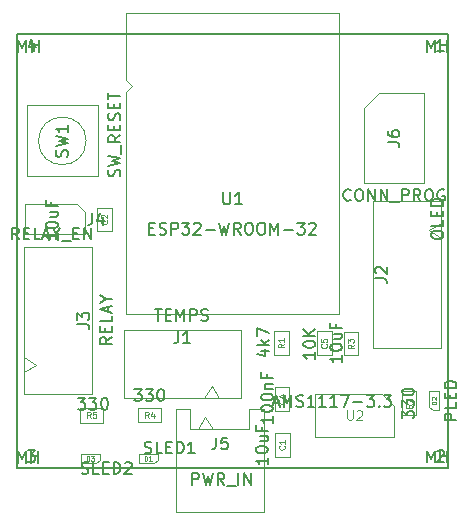
<source format=gbr>
%TF.GenerationSoftware,KiCad,Pcbnew,(5.1.10)-1*%
%TF.CreationDate,2021-08-06T22:26:06+02:00*%
%TF.ProjectId,board,626f6172-642e-46b6-9963-61645f706362,0.2*%
%TF.SameCoordinates,Original*%
%TF.FileFunction,Other,Fab,Top*%
%FSLAX46Y46*%
G04 Gerber Fmt 4.6, Leading zero omitted, Abs format (unit mm)*
G04 Created by KiCad (PCBNEW (5.1.10)-1) date 2021-08-06 22:26:06*
%MOMM*%
%LPD*%
G01*
G04 APERTURE LIST*
%ADD10C,0.150000*%
%ADD11C,0.100000*%
%ADD12C,0.080000*%
%ADD13C,0.060000*%
%ADD14C,0.120000*%
G04 APERTURE END LIST*
D10*
X56770000Y-22770000D02*
X93300000Y-22770000D01*
X56770000Y-59510000D02*
X56770000Y-22770000D01*
X93300000Y-59510000D02*
X56770000Y-59510000D01*
X93300000Y-22770000D02*
X93300000Y-59510000D01*
D11*
%TO.C,SW1*%
X62635564Y-31790000D02*
G75*
G03*
X62635564Y-31790000I-2015564J0D01*
G01*
X57620000Y-34790000D02*
X57620000Y-31790000D01*
X63620000Y-34790000D02*
X57620000Y-34790000D01*
X63620000Y-28790000D02*
X63620000Y-34790000D01*
X57620000Y-28790000D02*
X63620000Y-28790000D01*
X57620000Y-31790000D02*
X57620000Y-28790000D01*
%TO.C,J6*%
X86170000Y-29010000D02*
X87440000Y-27740000D01*
X86170000Y-35360000D02*
X86170000Y-29010000D01*
X91250000Y-35360000D02*
X86170000Y-35360000D01*
X91250000Y-27740000D02*
X91250000Y-35360000D01*
X87440000Y-27740000D02*
X91250000Y-27740000D01*
%TO.C,J5*%
X72720000Y-55200000D02*
X73345000Y-56200000D01*
X72095000Y-56200000D02*
X72720000Y-55200000D01*
X76470000Y-56200000D02*
X73970000Y-56200000D01*
X76470000Y-54530000D02*
X76470000Y-56200000D01*
X77670000Y-54530000D02*
X76470000Y-54530000D01*
X77670000Y-63200000D02*
X77670000Y-54530000D01*
X73970000Y-63200000D02*
X77670000Y-63200000D01*
X71470000Y-56200000D02*
X73970000Y-56200000D01*
X71470000Y-54530000D02*
X71470000Y-56200000D01*
X70270000Y-54530000D02*
X71470000Y-54530000D01*
X70270000Y-63200000D02*
X70270000Y-54530000D01*
X73970000Y-63200000D02*
X70270000Y-63200000D01*
%TO.C,C1*%
X78615000Y-58530000D02*
X78615000Y-56530000D01*
X79865000Y-58530000D02*
X78615000Y-58530000D01*
X79865000Y-56530000D02*
X79865000Y-58530000D01*
X78615000Y-56530000D02*
X79865000Y-56530000D01*
%TO.C,R5*%
X64097500Y-54385000D02*
X64097500Y-55635000D01*
X64097500Y-55635000D02*
X62097500Y-55635000D01*
X62097500Y-55635000D02*
X62097500Y-54385000D01*
X62097500Y-54385000D02*
X64097500Y-54385000D01*
%TO.C,D3*%
X62187500Y-58290000D02*
X62187500Y-59090000D01*
X63787500Y-58290000D02*
X62187500Y-58290000D01*
X63787500Y-58790000D02*
X63787500Y-58290000D01*
X63487500Y-59090000D02*
X63787500Y-58790000D01*
X62187500Y-59090000D02*
X63487500Y-59090000D01*
%TO.C,D1*%
X67087500Y-58290000D02*
X67087500Y-59090000D01*
X68687500Y-58290000D02*
X67087500Y-58290000D01*
X68687500Y-58790000D02*
X68687500Y-58290000D01*
X68387500Y-59090000D02*
X68687500Y-58790000D01*
X67087500Y-59090000D02*
X68387500Y-59090000D01*
%TO.C,D2*%
X92500000Y-52987500D02*
X91700000Y-52987500D01*
X92500000Y-54587500D02*
X92500000Y-52987500D01*
X92000000Y-54587500D02*
X92500000Y-54587500D01*
X91700000Y-54287500D02*
X92000000Y-54587500D01*
X91700000Y-52987500D02*
X91700000Y-54287500D01*
%TO.C,R4*%
X67012500Y-54375000D02*
X69012500Y-54375000D01*
X67012500Y-55625000D02*
X67012500Y-54375000D01*
X69012500Y-55625000D02*
X67012500Y-55625000D01*
X69012500Y-54375000D02*
X69012500Y-55625000D01*
%TO.C,U2*%
X88700000Y-56900000D02*
X82000000Y-56900000D01*
X82000000Y-53200000D02*
X82000000Y-56900000D01*
X88700000Y-54200000D02*
X88700000Y-56900000D01*
X87700000Y-53200000D02*
X82000000Y-53200000D01*
X87700000Y-53200000D02*
X88700000Y-54200000D01*
%TO.C,U1*%
X66020000Y-27670000D02*
X66520000Y-27170000D01*
X66520000Y-27170000D02*
X66020000Y-26670000D01*
X66020000Y-27670000D02*
X66020000Y-46450000D01*
X66020000Y-20945000D02*
X84020000Y-20945000D01*
X66020000Y-20945000D02*
X66020000Y-26670000D01*
X66020000Y-46450000D02*
X84020000Y-46450000D01*
X84020000Y-46450000D02*
X84020000Y-20945000D01*
%TO.C,R3*%
X85685000Y-47947500D02*
X85685000Y-49947500D01*
X84435000Y-47947500D02*
X85685000Y-47947500D01*
X84435000Y-49947500D02*
X84435000Y-47947500D01*
X85685000Y-49947500D02*
X84435000Y-49947500D01*
%TO.C,R2*%
X89345000Y-54997500D02*
X89345000Y-52997500D01*
X90595000Y-54997500D02*
X89345000Y-54997500D01*
X90595000Y-52997500D02*
X90595000Y-54997500D01*
X89345000Y-52997500D02*
X90595000Y-52997500D01*
%TO.C,R1*%
X79785000Y-47897500D02*
X79785000Y-49897500D01*
X78535000Y-47897500D02*
X79785000Y-47897500D01*
X78535000Y-49897500D02*
X78535000Y-47897500D01*
X79785000Y-49897500D02*
X78535000Y-49897500D01*
%TO.C,J4*%
X61905000Y-37140000D02*
X62540000Y-37775000D01*
X57460000Y-37140000D02*
X61905000Y-37140000D01*
X57460000Y-39680000D02*
X57460000Y-37140000D01*
X62540000Y-39680000D02*
X57460000Y-39680000D01*
X62540000Y-37775000D02*
X62540000Y-39680000D01*
%TO.C,J3*%
X58400000Y-50740000D02*
X57400000Y-50115000D01*
X57400000Y-51365000D02*
X58400000Y-50740000D01*
X57400000Y-40790000D02*
X57400000Y-53190000D01*
X63150000Y-40790000D02*
X57400000Y-40790000D01*
X63150000Y-53190000D02*
X63150000Y-40790000D01*
X57400000Y-53190000D02*
X63150000Y-53190000D01*
%TO.C,J2*%
X91690000Y-39350000D02*
X92690000Y-39975000D01*
X92690000Y-38725000D02*
X91690000Y-39350000D01*
X92690000Y-49300000D02*
X92690000Y-36900000D01*
X86940000Y-49300000D02*
X92690000Y-49300000D01*
X86940000Y-36900000D02*
X86940000Y-49300000D01*
X92690000Y-36900000D02*
X86940000Y-36900000D01*
%TO.C,J1*%
X73260000Y-52520000D02*
X72635000Y-53520000D01*
X73885000Y-53520000D02*
X73260000Y-52520000D01*
X65810000Y-53520000D02*
X75710000Y-53520000D01*
X65810000Y-47770000D02*
X65810000Y-53520000D01*
X75710000Y-47770000D02*
X65810000Y-47770000D01*
X75710000Y-53520000D02*
X75710000Y-47770000D01*
%TO.C,C5*%
X83425000Y-47920000D02*
X83425000Y-49920000D01*
X82175000Y-47920000D02*
X83425000Y-47920000D01*
X82175000Y-49920000D02*
X82175000Y-47920000D01*
X83425000Y-49920000D02*
X82175000Y-49920000D01*
%TO.C,C4*%
X79855000Y-52640000D02*
X79855000Y-54640000D01*
X78605000Y-52640000D02*
X79855000Y-52640000D01*
X78605000Y-54640000D02*
X78605000Y-52640000D01*
X79855000Y-54640000D02*
X78605000Y-54640000D01*
%TO.C,C2*%
X64815000Y-37440000D02*
X64815000Y-39440000D01*
X63565000Y-37440000D02*
X64815000Y-37440000D01*
X63565000Y-39440000D02*
X63565000Y-37440000D01*
X64815000Y-39440000D02*
X63565000Y-39440000D01*
%TD*%
%TO.C,SW1*%
D10*
X65474761Y-34790000D02*
X65522380Y-34647142D01*
X65522380Y-34409047D01*
X65474761Y-34313809D01*
X65427142Y-34266190D01*
X65331904Y-34218571D01*
X65236666Y-34218571D01*
X65141428Y-34266190D01*
X65093809Y-34313809D01*
X65046190Y-34409047D01*
X64998571Y-34599523D01*
X64950952Y-34694761D01*
X64903333Y-34742380D01*
X64808095Y-34790000D01*
X64712857Y-34790000D01*
X64617619Y-34742380D01*
X64570000Y-34694761D01*
X64522380Y-34599523D01*
X64522380Y-34361428D01*
X64570000Y-34218571D01*
X64522380Y-33885238D02*
X65522380Y-33647142D01*
X64808095Y-33456666D01*
X65522380Y-33266190D01*
X64522380Y-33028095D01*
X65617619Y-32885238D02*
X65617619Y-32123333D01*
X65522380Y-31313809D02*
X65046190Y-31647142D01*
X65522380Y-31885238D02*
X64522380Y-31885238D01*
X64522380Y-31504285D01*
X64570000Y-31409047D01*
X64617619Y-31361428D01*
X64712857Y-31313809D01*
X64855714Y-31313809D01*
X64950952Y-31361428D01*
X64998571Y-31409047D01*
X65046190Y-31504285D01*
X65046190Y-31885238D01*
X64998571Y-30885238D02*
X64998571Y-30551904D01*
X65522380Y-30409047D02*
X65522380Y-30885238D01*
X64522380Y-30885238D01*
X64522380Y-30409047D01*
X65474761Y-30028095D02*
X65522380Y-29885238D01*
X65522380Y-29647142D01*
X65474761Y-29551904D01*
X65427142Y-29504285D01*
X65331904Y-29456666D01*
X65236666Y-29456666D01*
X65141428Y-29504285D01*
X65093809Y-29551904D01*
X65046190Y-29647142D01*
X64998571Y-29837619D01*
X64950952Y-29932857D01*
X64903333Y-29980476D01*
X64808095Y-30028095D01*
X64712857Y-30028095D01*
X64617619Y-29980476D01*
X64570000Y-29932857D01*
X64522380Y-29837619D01*
X64522380Y-29599523D01*
X64570000Y-29456666D01*
X64998571Y-29028095D02*
X64998571Y-28694761D01*
X65522380Y-28551904D02*
X65522380Y-29028095D01*
X64522380Y-29028095D01*
X64522380Y-28551904D01*
X64522380Y-28266190D02*
X64522380Y-27694761D01*
X65522380Y-27980476D02*
X64522380Y-27980476D01*
X61024761Y-33123333D02*
X61072380Y-32980476D01*
X61072380Y-32742380D01*
X61024761Y-32647142D01*
X60977142Y-32599523D01*
X60881904Y-32551904D01*
X60786666Y-32551904D01*
X60691428Y-32599523D01*
X60643809Y-32647142D01*
X60596190Y-32742380D01*
X60548571Y-32932857D01*
X60500952Y-33028095D01*
X60453333Y-33075714D01*
X60358095Y-33123333D01*
X60262857Y-33123333D01*
X60167619Y-33075714D01*
X60120000Y-33028095D01*
X60072380Y-32932857D01*
X60072380Y-32694761D01*
X60120000Y-32551904D01*
X60072380Y-32218571D02*
X61072380Y-31980476D01*
X60358095Y-31790000D01*
X61072380Y-31599523D01*
X60072380Y-31361428D01*
X61072380Y-30456666D02*
X61072380Y-31028095D01*
X61072380Y-30742380D02*
X60072380Y-30742380D01*
X60215238Y-30837619D01*
X60310476Y-30932857D01*
X60358095Y-31028095D01*
%TO.C,J6*%
X85043333Y-36777142D02*
X84995714Y-36824761D01*
X84852857Y-36872380D01*
X84757619Y-36872380D01*
X84614761Y-36824761D01*
X84519523Y-36729523D01*
X84471904Y-36634285D01*
X84424285Y-36443809D01*
X84424285Y-36300952D01*
X84471904Y-36110476D01*
X84519523Y-36015238D01*
X84614761Y-35920000D01*
X84757619Y-35872380D01*
X84852857Y-35872380D01*
X84995714Y-35920000D01*
X85043333Y-35967619D01*
X85662380Y-35872380D02*
X85852857Y-35872380D01*
X85948095Y-35920000D01*
X86043333Y-36015238D01*
X86090952Y-36205714D01*
X86090952Y-36539047D01*
X86043333Y-36729523D01*
X85948095Y-36824761D01*
X85852857Y-36872380D01*
X85662380Y-36872380D01*
X85567142Y-36824761D01*
X85471904Y-36729523D01*
X85424285Y-36539047D01*
X85424285Y-36205714D01*
X85471904Y-36015238D01*
X85567142Y-35920000D01*
X85662380Y-35872380D01*
X86519523Y-36872380D02*
X86519523Y-35872380D01*
X87090952Y-36872380D01*
X87090952Y-35872380D01*
X87567142Y-36872380D02*
X87567142Y-35872380D01*
X88138571Y-36872380D01*
X88138571Y-35872380D01*
X88376666Y-36967619D02*
X89138571Y-36967619D01*
X89376666Y-36872380D02*
X89376666Y-35872380D01*
X89757619Y-35872380D01*
X89852857Y-35920000D01*
X89900476Y-35967619D01*
X89948095Y-36062857D01*
X89948095Y-36205714D01*
X89900476Y-36300952D01*
X89852857Y-36348571D01*
X89757619Y-36396190D01*
X89376666Y-36396190D01*
X90948095Y-36872380D02*
X90614761Y-36396190D01*
X90376666Y-36872380D02*
X90376666Y-35872380D01*
X90757619Y-35872380D01*
X90852857Y-35920000D01*
X90900476Y-35967619D01*
X90948095Y-36062857D01*
X90948095Y-36205714D01*
X90900476Y-36300952D01*
X90852857Y-36348571D01*
X90757619Y-36396190D01*
X90376666Y-36396190D01*
X91567142Y-35872380D02*
X91757619Y-35872380D01*
X91852857Y-35920000D01*
X91948095Y-36015238D01*
X91995714Y-36205714D01*
X91995714Y-36539047D01*
X91948095Y-36729523D01*
X91852857Y-36824761D01*
X91757619Y-36872380D01*
X91567142Y-36872380D01*
X91471904Y-36824761D01*
X91376666Y-36729523D01*
X91329047Y-36539047D01*
X91329047Y-36205714D01*
X91376666Y-36015238D01*
X91471904Y-35920000D01*
X91567142Y-35872380D01*
X92948095Y-35920000D02*
X92852857Y-35872380D01*
X92710000Y-35872380D01*
X92567142Y-35920000D01*
X92471904Y-36015238D01*
X92424285Y-36110476D01*
X92376666Y-36300952D01*
X92376666Y-36443809D01*
X92424285Y-36634285D01*
X92471904Y-36729523D01*
X92567142Y-36824761D01*
X92710000Y-36872380D01*
X92805238Y-36872380D01*
X92948095Y-36824761D01*
X92995714Y-36777142D01*
X92995714Y-36443809D01*
X92805238Y-36443809D01*
X88162380Y-31883333D02*
X88876666Y-31883333D01*
X89019523Y-31930952D01*
X89114761Y-32026190D01*
X89162380Y-32169047D01*
X89162380Y-32264285D01*
X88162380Y-30978571D02*
X88162380Y-31169047D01*
X88210000Y-31264285D01*
X88257619Y-31311904D01*
X88400476Y-31407142D01*
X88590952Y-31454761D01*
X88971904Y-31454761D01*
X89067142Y-31407142D01*
X89114761Y-31359523D01*
X89162380Y-31264285D01*
X89162380Y-31073809D01*
X89114761Y-30978571D01*
X89067142Y-30930952D01*
X88971904Y-30883333D01*
X88733809Y-30883333D01*
X88638571Y-30930952D01*
X88590952Y-30978571D01*
X88543333Y-31073809D01*
X88543333Y-31264285D01*
X88590952Y-31359523D01*
X88638571Y-31407142D01*
X88733809Y-31454761D01*
%TO.C,J5*%
X71623809Y-60912380D02*
X71623809Y-59912380D01*
X72004761Y-59912380D01*
X72100000Y-59960000D01*
X72147619Y-60007619D01*
X72195238Y-60102857D01*
X72195238Y-60245714D01*
X72147619Y-60340952D01*
X72100000Y-60388571D01*
X72004761Y-60436190D01*
X71623809Y-60436190D01*
X72528571Y-59912380D02*
X72766666Y-60912380D01*
X72957142Y-60198095D01*
X73147619Y-60912380D01*
X73385714Y-59912380D01*
X74338095Y-60912380D02*
X74004761Y-60436190D01*
X73766666Y-60912380D02*
X73766666Y-59912380D01*
X74147619Y-59912380D01*
X74242857Y-59960000D01*
X74290476Y-60007619D01*
X74338095Y-60102857D01*
X74338095Y-60245714D01*
X74290476Y-60340952D01*
X74242857Y-60388571D01*
X74147619Y-60436190D01*
X73766666Y-60436190D01*
X74528571Y-61007619D02*
X75290476Y-61007619D01*
X75528571Y-60912380D02*
X75528571Y-59912380D01*
X76004761Y-60912380D02*
X76004761Y-59912380D01*
X76576190Y-60912380D01*
X76576190Y-59912380D01*
X73636666Y-56902380D02*
X73636666Y-57616666D01*
X73589047Y-57759523D01*
X73493809Y-57854761D01*
X73350952Y-57902380D01*
X73255714Y-57902380D01*
X74589047Y-56902380D02*
X74112857Y-56902380D01*
X74065238Y-57378571D01*
X74112857Y-57330952D01*
X74208095Y-57283333D01*
X74446190Y-57283333D01*
X74541428Y-57330952D01*
X74589047Y-57378571D01*
X74636666Y-57473809D01*
X74636666Y-57711904D01*
X74589047Y-57807142D01*
X74541428Y-57854761D01*
X74446190Y-57902380D01*
X74208095Y-57902380D01*
X74112857Y-57854761D01*
X74065238Y-57807142D01*
%TO.C,C1*%
X78012380Y-58601428D02*
X78012380Y-59172857D01*
X78012380Y-58887142D02*
X77012380Y-58887142D01*
X77155238Y-58982380D01*
X77250476Y-59077619D01*
X77298095Y-59172857D01*
X77012380Y-57982380D02*
X77012380Y-57887142D01*
X77060000Y-57791904D01*
X77107619Y-57744285D01*
X77202857Y-57696666D01*
X77393333Y-57649047D01*
X77631428Y-57649047D01*
X77821904Y-57696666D01*
X77917142Y-57744285D01*
X77964761Y-57791904D01*
X78012380Y-57887142D01*
X78012380Y-57982380D01*
X77964761Y-58077619D01*
X77917142Y-58125238D01*
X77821904Y-58172857D01*
X77631428Y-58220476D01*
X77393333Y-58220476D01*
X77202857Y-58172857D01*
X77107619Y-58125238D01*
X77060000Y-58077619D01*
X77012380Y-57982380D01*
X77345714Y-56791904D02*
X78012380Y-56791904D01*
X77345714Y-57220476D02*
X77869523Y-57220476D01*
X77964761Y-57172857D01*
X78012380Y-57077619D01*
X78012380Y-56934761D01*
X77964761Y-56839523D01*
X77917142Y-56791904D01*
X77488571Y-55982380D02*
X77488571Y-56315714D01*
X78012380Y-56315714D02*
X77012380Y-56315714D01*
X77012380Y-55839523D01*
D12*
X79418571Y-57613333D02*
X79442380Y-57637142D01*
X79466190Y-57708571D01*
X79466190Y-57756190D01*
X79442380Y-57827619D01*
X79394761Y-57875238D01*
X79347142Y-57899047D01*
X79251904Y-57922857D01*
X79180476Y-57922857D01*
X79085238Y-57899047D01*
X79037619Y-57875238D01*
X78990000Y-57827619D01*
X78966190Y-57756190D01*
X78966190Y-57708571D01*
X78990000Y-57637142D01*
X79013809Y-57613333D01*
X79466190Y-57137142D02*
X79466190Y-57422857D01*
X79466190Y-57280000D02*
X78966190Y-57280000D01*
X79037619Y-57327619D01*
X79085238Y-57375238D01*
X79109047Y-57422857D01*
%TO.C,R5*%
D10*
X61944285Y-53542380D02*
X62563333Y-53542380D01*
X62230000Y-53923333D01*
X62372857Y-53923333D01*
X62468095Y-53970952D01*
X62515714Y-54018571D01*
X62563333Y-54113809D01*
X62563333Y-54351904D01*
X62515714Y-54447142D01*
X62468095Y-54494761D01*
X62372857Y-54542380D01*
X62087142Y-54542380D01*
X61991904Y-54494761D01*
X61944285Y-54447142D01*
X62896666Y-53542380D02*
X63515714Y-53542380D01*
X63182380Y-53923333D01*
X63325238Y-53923333D01*
X63420476Y-53970952D01*
X63468095Y-54018571D01*
X63515714Y-54113809D01*
X63515714Y-54351904D01*
X63468095Y-54447142D01*
X63420476Y-54494761D01*
X63325238Y-54542380D01*
X63039523Y-54542380D01*
X62944285Y-54494761D01*
X62896666Y-54447142D01*
X64134761Y-53542380D02*
X64230000Y-53542380D01*
X64325238Y-53590000D01*
X64372857Y-53637619D01*
X64420476Y-53732857D01*
X64468095Y-53923333D01*
X64468095Y-54161428D01*
X64420476Y-54351904D01*
X64372857Y-54447142D01*
X64325238Y-54494761D01*
X64230000Y-54542380D01*
X64134761Y-54542380D01*
X64039523Y-54494761D01*
X63991904Y-54447142D01*
X63944285Y-54351904D01*
X63896666Y-54161428D01*
X63896666Y-53923333D01*
X63944285Y-53732857D01*
X63991904Y-53637619D01*
X64039523Y-53590000D01*
X64134761Y-53542380D01*
D12*
X63014166Y-55236190D02*
X62847500Y-54998095D01*
X62728452Y-55236190D02*
X62728452Y-54736190D01*
X62918928Y-54736190D01*
X62966547Y-54760000D01*
X62990357Y-54783809D01*
X63014166Y-54831428D01*
X63014166Y-54902857D01*
X62990357Y-54950476D01*
X62966547Y-54974285D01*
X62918928Y-54998095D01*
X62728452Y-54998095D01*
X63466547Y-54736190D02*
X63228452Y-54736190D01*
X63204642Y-54974285D01*
X63228452Y-54950476D01*
X63276071Y-54926666D01*
X63395119Y-54926666D01*
X63442738Y-54950476D01*
X63466547Y-54974285D01*
X63490357Y-55021904D01*
X63490357Y-55140952D01*
X63466547Y-55188571D01*
X63442738Y-55212380D01*
X63395119Y-55236190D01*
X63276071Y-55236190D01*
X63228452Y-55212380D01*
X63204642Y-55188571D01*
%TO.C,D3*%
D10*
X62250952Y-59944761D02*
X62393809Y-59992380D01*
X62631904Y-59992380D01*
X62727142Y-59944761D01*
X62774761Y-59897142D01*
X62822380Y-59801904D01*
X62822380Y-59706666D01*
X62774761Y-59611428D01*
X62727142Y-59563809D01*
X62631904Y-59516190D01*
X62441428Y-59468571D01*
X62346190Y-59420952D01*
X62298571Y-59373333D01*
X62250952Y-59278095D01*
X62250952Y-59182857D01*
X62298571Y-59087619D01*
X62346190Y-59040000D01*
X62441428Y-58992380D01*
X62679523Y-58992380D01*
X62822380Y-59040000D01*
X63727142Y-59992380D02*
X63250952Y-59992380D01*
X63250952Y-58992380D01*
X64060476Y-59468571D02*
X64393809Y-59468571D01*
X64536666Y-59992380D02*
X64060476Y-59992380D01*
X64060476Y-58992380D01*
X64536666Y-58992380D01*
X64965238Y-59992380D02*
X64965238Y-58992380D01*
X65203333Y-58992380D01*
X65346190Y-59040000D01*
X65441428Y-59135238D01*
X65489047Y-59230476D01*
X65536666Y-59420952D01*
X65536666Y-59563809D01*
X65489047Y-59754285D01*
X65441428Y-59849523D01*
X65346190Y-59944761D01*
X65203333Y-59992380D01*
X64965238Y-59992380D01*
X65917619Y-59087619D02*
X65965238Y-59040000D01*
X66060476Y-58992380D01*
X66298571Y-58992380D01*
X66393809Y-59040000D01*
X66441428Y-59087619D01*
X66489047Y-59182857D01*
X66489047Y-59278095D01*
X66441428Y-59420952D01*
X65870000Y-59992380D01*
X66489047Y-59992380D01*
D13*
X62692261Y-58870952D02*
X62692261Y-58470952D01*
X62787500Y-58470952D01*
X62844642Y-58490000D01*
X62882738Y-58528095D01*
X62901785Y-58566190D01*
X62920833Y-58642380D01*
X62920833Y-58699523D01*
X62901785Y-58775714D01*
X62882738Y-58813809D01*
X62844642Y-58851904D01*
X62787500Y-58870952D01*
X62692261Y-58870952D01*
X63054166Y-58470952D02*
X63301785Y-58470952D01*
X63168452Y-58623333D01*
X63225595Y-58623333D01*
X63263690Y-58642380D01*
X63282738Y-58661428D01*
X63301785Y-58699523D01*
X63301785Y-58794761D01*
X63282738Y-58832857D01*
X63263690Y-58851904D01*
X63225595Y-58870952D01*
X63111309Y-58870952D01*
X63073214Y-58851904D01*
X63054166Y-58832857D01*
%TO.C,D1*%
D10*
X67600952Y-58194761D02*
X67743809Y-58242380D01*
X67981904Y-58242380D01*
X68077142Y-58194761D01*
X68124761Y-58147142D01*
X68172380Y-58051904D01*
X68172380Y-57956666D01*
X68124761Y-57861428D01*
X68077142Y-57813809D01*
X67981904Y-57766190D01*
X67791428Y-57718571D01*
X67696190Y-57670952D01*
X67648571Y-57623333D01*
X67600952Y-57528095D01*
X67600952Y-57432857D01*
X67648571Y-57337619D01*
X67696190Y-57290000D01*
X67791428Y-57242380D01*
X68029523Y-57242380D01*
X68172380Y-57290000D01*
X69077142Y-58242380D02*
X68600952Y-58242380D01*
X68600952Y-57242380D01*
X69410476Y-57718571D02*
X69743809Y-57718571D01*
X69886666Y-58242380D02*
X69410476Y-58242380D01*
X69410476Y-57242380D01*
X69886666Y-57242380D01*
X70315238Y-58242380D02*
X70315238Y-57242380D01*
X70553333Y-57242380D01*
X70696190Y-57290000D01*
X70791428Y-57385238D01*
X70839047Y-57480476D01*
X70886666Y-57670952D01*
X70886666Y-57813809D01*
X70839047Y-58004285D01*
X70791428Y-58099523D01*
X70696190Y-58194761D01*
X70553333Y-58242380D01*
X70315238Y-58242380D01*
X71839047Y-58242380D02*
X71267619Y-58242380D01*
X71553333Y-58242380D02*
X71553333Y-57242380D01*
X71458095Y-57385238D01*
X71362857Y-57480476D01*
X71267619Y-57528095D01*
D13*
X67592261Y-58870952D02*
X67592261Y-58470952D01*
X67687500Y-58470952D01*
X67744642Y-58490000D01*
X67782738Y-58528095D01*
X67801785Y-58566190D01*
X67820833Y-58642380D01*
X67820833Y-58699523D01*
X67801785Y-58775714D01*
X67782738Y-58813809D01*
X67744642Y-58851904D01*
X67687500Y-58870952D01*
X67592261Y-58870952D01*
X68201785Y-58870952D02*
X67973214Y-58870952D01*
X68087500Y-58870952D02*
X68087500Y-58470952D01*
X68049404Y-58528095D01*
X68011309Y-58566190D01*
X67973214Y-58585238D01*
%TO.C,D2*%
D10*
X93982380Y-55406547D02*
X92982380Y-55406547D01*
X92982380Y-55025595D01*
X93030000Y-54930357D01*
X93077619Y-54882738D01*
X93172857Y-54835119D01*
X93315714Y-54835119D01*
X93410952Y-54882738D01*
X93458571Y-54930357D01*
X93506190Y-55025595D01*
X93506190Y-55406547D01*
X93982380Y-53930357D02*
X93982380Y-54406547D01*
X92982380Y-54406547D01*
X93458571Y-53597023D02*
X93458571Y-53263690D01*
X93982380Y-53120833D02*
X93982380Y-53597023D01*
X92982380Y-53597023D01*
X92982380Y-53120833D01*
X93982380Y-52692261D02*
X92982380Y-52692261D01*
X92982380Y-52454166D01*
X93030000Y-52311309D01*
X93125238Y-52216071D01*
X93220476Y-52168452D01*
X93410952Y-52120833D01*
X93553809Y-52120833D01*
X93744285Y-52168452D01*
X93839523Y-52216071D01*
X93934761Y-52311309D01*
X93982380Y-52454166D01*
X93982380Y-52692261D01*
D13*
X92280952Y-54082738D02*
X91880952Y-54082738D01*
X91880952Y-53987500D01*
X91900000Y-53930357D01*
X91938095Y-53892261D01*
X91976190Y-53873214D01*
X92052380Y-53854166D01*
X92109523Y-53854166D01*
X92185714Y-53873214D01*
X92223809Y-53892261D01*
X92261904Y-53930357D01*
X92280952Y-53987500D01*
X92280952Y-54082738D01*
X91919047Y-53701785D02*
X91900000Y-53682738D01*
X91880952Y-53644642D01*
X91880952Y-53549404D01*
X91900000Y-53511309D01*
X91919047Y-53492261D01*
X91957142Y-53473214D01*
X91995238Y-53473214D01*
X92052380Y-53492261D01*
X92280952Y-53720833D01*
X92280952Y-53473214D01*
%TO.C,R4*%
D10*
X66726785Y-52802380D02*
X67345833Y-52802380D01*
X67012500Y-53183333D01*
X67155357Y-53183333D01*
X67250595Y-53230952D01*
X67298214Y-53278571D01*
X67345833Y-53373809D01*
X67345833Y-53611904D01*
X67298214Y-53707142D01*
X67250595Y-53754761D01*
X67155357Y-53802380D01*
X66869642Y-53802380D01*
X66774404Y-53754761D01*
X66726785Y-53707142D01*
X67679166Y-52802380D02*
X68298214Y-52802380D01*
X67964880Y-53183333D01*
X68107738Y-53183333D01*
X68202976Y-53230952D01*
X68250595Y-53278571D01*
X68298214Y-53373809D01*
X68298214Y-53611904D01*
X68250595Y-53707142D01*
X68202976Y-53754761D01*
X68107738Y-53802380D01*
X67822023Y-53802380D01*
X67726785Y-53754761D01*
X67679166Y-53707142D01*
X68917261Y-52802380D02*
X69012500Y-52802380D01*
X69107738Y-52850000D01*
X69155357Y-52897619D01*
X69202976Y-52992857D01*
X69250595Y-53183333D01*
X69250595Y-53421428D01*
X69202976Y-53611904D01*
X69155357Y-53707142D01*
X69107738Y-53754761D01*
X69012500Y-53802380D01*
X68917261Y-53802380D01*
X68822023Y-53754761D01*
X68774404Y-53707142D01*
X68726785Y-53611904D01*
X68679166Y-53421428D01*
X68679166Y-53183333D01*
X68726785Y-52992857D01*
X68774404Y-52897619D01*
X68822023Y-52850000D01*
X68917261Y-52802380D01*
D12*
X67929166Y-55226190D02*
X67762500Y-54988095D01*
X67643452Y-55226190D02*
X67643452Y-54726190D01*
X67833928Y-54726190D01*
X67881547Y-54750000D01*
X67905357Y-54773809D01*
X67929166Y-54821428D01*
X67929166Y-54892857D01*
X67905357Y-54940476D01*
X67881547Y-54964285D01*
X67833928Y-54988095D01*
X67643452Y-54988095D01*
X68357738Y-54892857D02*
X68357738Y-55226190D01*
X68238690Y-54702380D02*
X68119642Y-55059523D01*
X68429166Y-55059523D01*
%TO.C,2*%
D10*
X91482857Y-59012380D02*
X91482857Y-58012380D01*
X91816190Y-58726666D01*
X92149523Y-58012380D01*
X92149523Y-59012380D01*
X92625714Y-59012380D02*
X92625714Y-58012380D01*
X92625714Y-58488571D02*
X93197142Y-58488571D01*
X93197142Y-59012380D02*
X93197142Y-58012380D01*
X92354285Y-58067619D02*
X92401904Y-58020000D01*
X92497142Y-57972380D01*
X92735238Y-57972380D01*
X92830476Y-58020000D01*
X92878095Y-58067619D01*
X92925714Y-58162857D01*
X92925714Y-58258095D01*
X92878095Y-58400952D01*
X92306666Y-58972380D01*
X92925714Y-58972380D01*
%TO.C,3*%
X56852857Y-59022380D02*
X56852857Y-58022380D01*
X57186190Y-58736666D01*
X57519523Y-58022380D01*
X57519523Y-59022380D01*
X57995714Y-59022380D02*
X57995714Y-58022380D01*
X57995714Y-58498571D02*
X58567142Y-58498571D01*
X58567142Y-59022380D02*
X58567142Y-58022380D01*
X57676666Y-57982380D02*
X58295714Y-57982380D01*
X57962380Y-58363333D01*
X58105238Y-58363333D01*
X58200476Y-58410952D01*
X58248095Y-58458571D01*
X58295714Y-58553809D01*
X58295714Y-58791904D01*
X58248095Y-58887142D01*
X58200476Y-58934761D01*
X58105238Y-58982380D01*
X57819523Y-58982380D01*
X57724285Y-58934761D01*
X57676666Y-58887142D01*
%TO.C,4*%
X56892857Y-24222380D02*
X56892857Y-23222380D01*
X57226190Y-23936666D01*
X57559523Y-23222380D01*
X57559523Y-24222380D01*
X58035714Y-24222380D02*
X58035714Y-23222380D01*
X58035714Y-23698571D02*
X58607142Y-23698571D01*
X58607142Y-24222380D02*
X58607142Y-23222380D01*
X58240476Y-23515714D02*
X58240476Y-24182380D01*
X58002380Y-23134761D02*
X57764285Y-23849047D01*
X58383333Y-23849047D01*
%TO.C,1*%
X91472857Y-24232380D02*
X91472857Y-23232380D01*
X91806190Y-23946666D01*
X92139523Y-23232380D01*
X92139523Y-24232380D01*
X92615714Y-24232380D02*
X92615714Y-23232380D01*
X92615714Y-23708571D02*
X93187142Y-23708571D01*
X93187142Y-24232380D02*
X93187142Y-23232380D01*
X92915714Y-24192380D02*
X92344285Y-24192380D01*
X92630000Y-24192380D02*
X92630000Y-23192380D01*
X92534761Y-23335238D01*
X92439523Y-23430476D01*
X92344285Y-23478095D01*
%TO.C,U2*%
X78450000Y-54016666D02*
X78926190Y-54016666D01*
X78354761Y-54302380D02*
X78688095Y-53302380D01*
X79021428Y-54302380D01*
X79354761Y-54302380D02*
X79354761Y-53302380D01*
X79688095Y-54016666D01*
X80021428Y-53302380D01*
X80021428Y-54302380D01*
X80450000Y-54254761D02*
X80592857Y-54302380D01*
X80830952Y-54302380D01*
X80926190Y-54254761D01*
X80973809Y-54207142D01*
X81021428Y-54111904D01*
X81021428Y-54016666D01*
X80973809Y-53921428D01*
X80926190Y-53873809D01*
X80830952Y-53826190D01*
X80640476Y-53778571D01*
X80545238Y-53730952D01*
X80497619Y-53683333D01*
X80450000Y-53588095D01*
X80450000Y-53492857D01*
X80497619Y-53397619D01*
X80545238Y-53350000D01*
X80640476Y-53302380D01*
X80878571Y-53302380D01*
X81021428Y-53350000D01*
X81973809Y-54302380D02*
X81402380Y-54302380D01*
X81688095Y-54302380D02*
X81688095Y-53302380D01*
X81592857Y-53445238D01*
X81497619Y-53540476D01*
X81402380Y-53588095D01*
X82926190Y-54302380D02*
X82354761Y-54302380D01*
X82640476Y-54302380D02*
X82640476Y-53302380D01*
X82545238Y-53445238D01*
X82450000Y-53540476D01*
X82354761Y-53588095D01*
X83878571Y-54302380D02*
X83307142Y-54302380D01*
X83592857Y-54302380D02*
X83592857Y-53302380D01*
X83497619Y-53445238D01*
X83402380Y-53540476D01*
X83307142Y-53588095D01*
X84211904Y-53302380D02*
X84878571Y-53302380D01*
X84450000Y-54302380D01*
X85259523Y-53921428D02*
X86021428Y-53921428D01*
X86402380Y-53302380D02*
X87021428Y-53302380D01*
X86688095Y-53683333D01*
X86830952Y-53683333D01*
X86926190Y-53730952D01*
X86973809Y-53778571D01*
X87021428Y-53873809D01*
X87021428Y-54111904D01*
X86973809Y-54207142D01*
X86926190Y-54254761D01*
X86830952Y-54302380D01*
X86545238Y-54302380D01*
X86450000Y-54254761D01*
X86402380Y-54207142D01*
X87450000Y-54207142D02*
X87497619Y-54254761D01*
X87450000Y-54302380D01*
X87402380Y-54254761D01*
X87450000Y-54207142D01*
X87450000Y-54302380D01*
X87830952Y-53302380D02*
X88450000Y-53302380D01*
X88116666Y-53683333D01*
X88259523Y-53683333D01*
X88354761Y-53730952D01*
X88402380Y-53778571D01*
X88450000Y-53873809D01*
X88450000Y-54111904D01*
X88402380Y-54207142D01*
X88354761Y-54254761D01*
X88259523Y-54302380D01*
X87973809Y-54302380D01*
X87878571Y-54254761D01*
X87830952Y-54207142D01*
D14*
X84740476Y-54611904D02*
X84740476Y-55259523D01*
X84778571Y-55335714D01*
X84816666Y-55373809D01*
X84892857Y-55411904D01*
X85045238Y-55411904D01*
X85121428Y-55373809D01*
X85159523Y-55335714D01*
X85197619Y-55259523D01*
X85197619Y-54611904D01*
X85540476Y-54688095D02*
X85578571Y-54650000D01*
X85654761Y-54611904D01*
X85845238Y-54611904D01*
X85921428Y-54650000D01*
X85959523Y-54688095D01*
X85997619Y-54764285D01*
X85997619Y-54840476D01*
X85959523Y-54954761D01*
X85502380Y-55411904D01*
X85997619Y-55411904D01*
%TO.C,U1*%
D10*
X67996190Y-39198571D02*
X68329523Y-39198571D01*
X68472380Y-39722380D02*
X67996190Y-39722380D01*
X67996190Y-38722380D01*
X68472380Y-38722380D01*
X68853333Y-39674761D02*
X68996190Y-39722380D01*
X69234285Y-39722380D01*
X69329523Y-39674761D01*
X69377142Y-39627142D01*
X69424761Y-39531904D01*
X69424761Y-39436666D01*
X69377142Y-39341428D01*
X69329523Y-39293809D01*
X69234285Y-39246190D01*
X69043809Y-39198571D01*
X68948571Y-39150952D01*
X68900952Y-39103333D01*
X68853333Y-39008095D01*
X68853333Y-38912857D01*
X68900952Y-38817619D01*
X68948571Y-38770000D01*
X69043809Y-38722380D01*
X69281904Y-38722380D01*
X69424761Y-38770000D01*
X69853333Y-39722380D02*
X69853333Y-38722380D01*
X70234285Y-38722380D01*
X70329523Y-38770000D01*
X70377142Y-38817619D01*
X70424761Y-38912857D01*
X70424761Y-39055714D01*
X70377142Y-39150952D01*
X70329523Y-39198571D01*
X70234285Y-39246190D01*
X69853333Y-39246190D01*
X70758095Y-38722380D02*
X71377142Y-38722380D01*
X71043809Y-39103333D01*
X71186666Y-39103333D01*
X71281904Y-39150952D01*
X71329523Y-39198571D01*
X71377142Y-39293809D01*
X71377142Y-39531904D01*
X71329523Y-39627142D01*
X71281904Y-39674761D01*
X71186666Y-39722380D01*
X70900952Y-39722380D01*
X70805714Y-39674761D01*
X70758095Y-39627142D01*
X71758095Y-38817619D02*
X71805714Y-38770000D01*
X71900952Y-38722380D01*
X72139047Y-38722380D01*
X72234285Y-38770000D01*
X72281904Y-38817619D01*
X72329523Y-38912857D01*
X72329523Y-39008095D01*
X72281904Y-39150952D01*
X71710476Y-39722380D01*
X72329523Y-39722380D01*
X72758095Y-39341428D02*
X73520000Y-39341428D01*
X73900952Y-38722380D02*
X74139047Y-39722380D01*
X74329523Y-39008095D01*
X74520000Y-39722380D01*
X74758095Y-38722380D01*
X75710476Y-39722380D02*
X75377142Y-39246190D01*
X75139047Y-39722380D02*
X75139047Y-38722380D01*
X75520000Y-38722380D01*
X75615238Y-38770000D01*
X75662857Y-38817619D01*
X75710476Y-38912857D01*
X75710476Y-39055714D01*
X75662857Y-39150952D01*
X75615238Y-39198571D01*
X75520000Y-39246190D01*
X75139047Y-39246190D01*
X76329523Y-38722380D02*
X76520000Y-38722380D01*
X76615238Y-38770000D01*
X76710476Y-38865238D01*
X76758095Y-39055714D01*
X76758095Y-39389047D01*
X76710476Y-39579523D01*
X76615238Y-39674761D01*
X76520000Y-39722380D01*
X76329523Y-39722380D01*
X76234285Y-39674761D01*
X76139047Y-39579523D01*
X76091428Y-39389047D01*
X76091428Y-39055714D01*
X76139047Y-38865238D01*
X76234285Y-38770000D01*
X76329523Y-38722380D01*
X77377142Y-38722380D02*
X77567619Y-38722380D01*
X77662857Y-38770000D01*
X77758095Y-38865238D01*
X77805714Y-39055714D01*
X77805714Y-39389047D01*
X77758095Y-39579523D01*
X77662857Y-39674761D01*
X77567619Y-39722380D01*
X77377142Y-39722380D01*
X77281904Y-39674761D01*
X77186666Y-39579523D01*
X77139047Y-39389047D01*
X77139047Y-39055714D01*
X77186666Y-38865238D01*
X77281904Y-38770000D01*
X77377142Y-38722380D01*
X78234285Y-39722380D02*
X78234285Y-38722380D01*
X78567619Y-39436666D01*
X78900952Y-38722380D01*
X78900952Y-39722380D01*
X79377142Y-39341428D02*
X80139047Y-39341428D01*
X80520000Y-38722380D02*
X81139047Y-38722380D01*
X80805714Y-39103333D01*
X80948571Y-39103333D01*
X81043809Y-39150952D01*
X81091428Y-39198571D01*
X81139047Y-39293809D01*
X81139047Y-39531904D01*
X81091428Y-39627142D01*
X81043809Y-39674761D01*
X80948571Y-39722380D01*
X80662857Y-39722380D01*
X80567619Y-39674761D01*
X80520000Y-39627142D01*
X81520000Y-38817619D02*
X81567619Y-38770000D01*
X81662857Y-38722380D01*
X81900952Y-38722380D01*
X81996190Y-38770000D01*
X82043809Y-38817619D01*
X82091428Y-38912857D01*
X82091428Y-39008095D01*
X82043809Y-39150952D01*
X81472380Y-39722380D01*
X82091428Y-39722380D01*
X74258095Y-36142380D02*
X74258095Y-36951904D01*
X74305714Y-37047142D01*
X74353333Y-37094761D01*
X74448571Y-37142380D01*
X74639047Y-37142380D01*
X74734285Y-37094761D01*
X74781904Y-37047142D01*
X74829523Y-36951904D01*
X74829523Y-36142380D01*
X75829523Y-37142380D02*
X75258095Y-37142380D01*
X75543809Y-37142380D02*
X75543809Y-36142380D01*
X75448571Y-36285238D01*
X75353333Y-36380476D01*
X75258095Y-36428095D01*
%TO.C,R3*%
X82042380Y-49665476D02*
X82042380Y-50236904D01*
X82042380Y-49951190D02*
X81042380Y-49951190D01*
X81185238Y-50046428D01*
X81280476Y-50141666D01*
X81328095Y-50236904D01*
X81042380Y-49046428D02*
X81042380Y-48951190D01*
X81090000Y-48855952D01*
X81137619Y-48808333D01*
X81232857Y-48760714D01*
X81423333Y-48713095D01*
X81661428Y-48713095D01*
X81851904Y-48760714D01*
X81947142Y-48808333D01*
X81994761Y-48855952D01*
X82042380Y-48951190D01*
X82042380Y-49046428D01*
X81994761Y-49141666D01*
X81947142Y-49189285D01*
X81851904Y-49236904D01*
X81661428Y-49284523D01*
X81423333Y-49284523D01*
X81232857Y-49236904D01*
X81137619Y-49189285D01*
X81090000Y-49141666D01*
X81042380Y-49046428D01*
X82042380Y-48284523D02*
X81042380Y-48284523D01*
X82042380Y-47713095D02*
X81470952Y-48141666D01*
X81042380Y-47713095D02*
X81613809Y-48284523D01*
D12*
X85286190Y-49030833D02*
X85048095Y-49197500D01*
X85286190Y-49316547D02*
X84786190Y-49316547D01*
X84786190Y-49126071D01*
X84810000Y-49078452D01*
X84833809Y-49054642D01*
X84881428Y-49030833D01*
X84952857Y-49030833D01*
X85000476Y-49054642D01*
X85024285Y-49078452D01*
X85048095Y-49126071D01*
X85048095Y-49316547D01*
X84786190Y-48864166D02*
X84786190Y-48554642D01*
X84976666Y-48721309D01*
X84976666Y-48649880D01*
X85000476Y-48602261D01*
X85024285Y-48578452D01*
X85071904Y-48554642D01*
X85190952Y-48554642D01*
X85238571Y-48578452D01*
X85262380Y-48602261D01*
X85286190Y-48649880D01*
X85286190Y-48792738D01*
X85262380Y-48840357D01*
X85238571Y-48864166D01*
%TO.C,R2*%
D10*
X89402380Y-55280714D02*
X89402380Y-54661666D01*
X89783333Y-54995000D01*
X89783333Y-54852142D01*
X89830952Y-54756904D01*
X89878571Y-54709285D01*
X89973809Y-54661666D01*
X90211904Y-54661666D01*
X90307142Y-54709285D01*
X90354761Y-54756904D01*
X90402380Y-54852142D01*
X90402380Y-55137857D01*
X90354761Y-55233095D01*
X90307142Y-55280714D01*
X89402380Y-54328333D02*
X89402380Y-53709285D01*
X89783333Y-54042619D01*
X89783333Y-53899761D01*
X89830952Y-53804523D01*
X89878571Y-53756904D01*
X89973809Y-53709285D01*
X90211904Y-53709285D01*
X90307142Y-53756904D01*
X90354761Y-53804523D01*
X90402380Y-53899761D01*
X90402380Y-54185476D01*
X90354761Y-54280714D01*
X90307142Y-54328333D01*
X89402380Y-53090238D02*
X89402380Y-52995000D01*
X89450000Y-52899761D01*
X89497619Y-52852142D01*
X89592857Y-52804523D01*
X89783333Y-52756904D01*
X90021428Y-52756904D01*
X90211904Y-52804523D01*
X90307142Y-52852142D01*
X90354761Y-52899761D01*
X90402380Y-52995000D01*
X90402380Y-53090238D01*
X90354761Y-53185476D01*
X90307142Y-53233095D01*
X90211904Y-53280714D01*
X90021428Y-53328333D01*
X89783333Y-53328333D01*
X89592857Y-53280714D01*
X89497619Y-53233095D01*
X89450000Y-53185476D01*
X89402380Y-53090238D01*
D12*
X90196190Y-54080833D02*
X89958095Y-54247500D01*
X90196190Y-54366547D02*
X89696190Y-54366547D01*
X89696190Y-54176071D01*
X89720000Y-54128452D01*
X89743809Y-54104642D01*
X89791428Y-54080833D01*
X89862857Y-54080833D01*
X89910476Y-54104642D01*
X89934285Y-54128452D01*
X89958095Y-54176071D01*
X89958095Y-54366547D01*
X89743809Y-53890357D02*
X89720000Y-53866547D01*
X89696190Y-53818928D01*
X89696190Y-53699880D01*
X89720000Y-53652261D01*
X89743809Y-53628452D01*
X89791428Y-53604642D01*
X89839047Y-53604642D01*
X89910476Y-53628452D01*
X90196190Y-53914166D01*
X90196190Y-53604642D01*
%TO.C,R1*%
D10*
X77465714Y-49555476D02*
X78132380Y-49555476D01*
X77084761Y-49793571D02*
X77799047Y-50031666D01*
X77799047Y-49412619D01*
X78132380Y-49031666D02*
X77132380Y-49031666D01*
X77751428Y-48936428D02*
X78132380Y-48650714D01*
X77465714Y-48650714D02*
X77846666Y-49031666D01*
X77132380Y-48317380D02*
X77132380Y-47650714D01*
X78132380Y-48079285D01*
D12*
X79386190Y-48980833D02*
X79148095Y-49147500D01*
X79386190Y-49266547D02*
X78886190Y-49266547D01*
X78886190Y-49076071D01*
X78910000Y-49028452D01*
X78933809Y-49004642D01*
X78981428Y-48980833D01*
X79052857Y-48980833D01*
X79100476Y-49004642D01*
X79124285Y-49028452D01*
X79148095Y-49076071D01*
X79148095Y-49266547D01*
X79386190Y-48504642D02*
X79386190Y-48790357D01*
X79386190Y-48647500D02*
X78886190Y-48647500D01*
X78957619Y-48695119D01*
X79005238Y-48742738D01*
X79029047Y-48790357D01*
%TO.C,J4*%
D10*
X56938095Y-40132380D02*
X56604761Y-39656190D01*
X56366666Y-40132380D02*
X56366666Y-39132380D01*
X56747619Y-39132380D01*
X56842857Y-39180000D01*
X56890476Y-39227619D01*
X56938095Y-39322857D01*
X56938095Y-39465714D01*
X56890476Y-39560952D01*
X56842857Y-39608571D01*
X56747619Y-39656190D01*
X56366666Y-39656190D01*
X57366666Y-39608571D02*
X57700000Y-39608571D01*
X57842857Y-40132380D02*
X57366666Y-40132380D01*
X57366666Y-39132380D01*
X57842857Y-39132380D01*
X58747619Y-40132380D02*
X58271428Y-40132380D01*
X58271428Y-39132380D01*
X59033333Y-39846666D02*
X59509523Y-39846666D01*
X58938095Y-40132380D02*
X59271428Y-39132380D01*
X59604761Y-40132380D01*
X60128571Y-39656190D02*
X60128571Y-40132380D01*
X59795238Y-39132380D02*
X60128571Y-39656190D01*
X60461904Y-39132380D01*
X60557142Y-40227619D02*
X61319047Y-40227619D01*
X61557142Y-39608571D02*
X61890476Y-39608571D01*
X62033333Y-40132380D02*
X61557142Y-40132380D01*
X61557142Y-39132380D01*
X62033333Y-39132380D01*
X62461904Y-40132380D02*
X62461904Y-39132380D01*
X63033333Y-40132380D01*
X63033333Y-39132380D01*
X63156666Y-37912380D02*
X63156666Y-38626666D01*
X63109047Y-38769523D01*
X63013809Y-38864761D01*
X62870952Y-38912380D01*
X62775714Y-38912380D01*
X64061428Y-38245714D02*
X64061428Y-38912380D01*
X63823333Y-37864761D02*
X63585238Y-38579047D01*
X64204285Y-38579047D01*
%TO.C,J3*%
X64802380Y-48394761D02*
X64326190Y-48728095D01*
X64802380Y-48966190D02*
X63802380Y-48966190D01*
X63802380Y-48585238D01*
X63850000Y-48490000D01*
X63897619Y-48442380D01*
X63992857Y-48394761D01*
X64135714Y-48394761D01*
X64230952Y-48442380D01*
X64278571Y-48490000D01*
X64326190Y-48585238D01*
X64326190Y-48966190D01*
X64278571Y-47966190D02*
X64278571Y-47632857D01*
X64802380Y-47490000D02*
X64802380Y-47966190D01*
X63802380Y-47966190D01*
X63802380Y-47490000D01*
X64802380Y-46585238D02*
X64802380Y-47061428D01*
X63802380Y-47061428D01*
X64516666Y-46299523D02*
X64516666Y-45823333D01*
X64802380Y-46394761D02*
X63802380Y-46061428D01*
X64802380Y-45728095D01*
X64326190Y-45204285D02*
X64802380Y-45204285D01*
X63802380Y-45537619D02*
X64326190Y-45204285D01*
X63802380Y-44870952D01*
X61902380Y-47323333D02*
X62616666Y-47323333D01*
X62759523Y-47370952D01*
X62854761Y-47466190D01*
X62902380Y-47609047D01*
X62902380Y-47704285D01*
X61902380Y-46942380D02*
X61902380Y-46323333D01*
X62283333Y-46656666D01*
X62283333Y-46513809D01*
X62330952Y-46418571D01*
X62378571Y-46370952D01*
X62473809Y-46323333D01*
X62711904Y-46323333D01*
X62807142Y-46370952D01*
X62854761Y-46418571D01*
X62902380Y-46513809D01*
X62902380Y-46799523D01*
X62854761Y-46894761D01*
X62807142Y-46942380D01*
%TO.C,J2*%
X91872380Y-39832380D02*
X91872380Y-39641904D01*
X91920000Y-39546666D01*
X92015238Y-39451428D01*
X92205714Y-39403809D01*
X92539047Y-39403809D01*
X92729523Y-39451428D01*
X92824761Y-39546666D01*
X92872380Y-39641904D01*
X92872380Y-39832380D01*
X92824761Y-39927619D01*
X92729523Y-40022857D01*
X92539047Y-40070476D01*
X92205714Y-40070476D01*
X92015238Y-40022857D01*
X91920000Y-39927619D01*
X91872380Y-39832380D01*
X92872380Y-38499047D02*
X92872380Y-38975238D01*
X91872380Y-38975238D01*
X92348571Y-38165714D02*
X92348571Y-37832380D01*
X92872380Y-37689523D02*
X92872380Y-38165714D01*
X91872380Y-38165714D01*
X91872380Y-37689523D01*
X92872380Y-37260952D02*
X91872380Y-37260952D01*
X91872380Y-37022857D01*
X91920000Y-36880000D01*
X92015238Y-36784761D01*
X92110476Y-36737142D01*
X92300952Y-36689523D01*
X92443809Y-36689523D01*
X92634285Y-36737142D01*
X92729523Y-36784761D01*
X92824761Y-36880000D01*
X92872380Y-37022857D01*
X92872380Y-37260952D01*
X87092380Y-43433333D02*
X87806666Y-43433333D01*
X87949523Y-43480952D01*
X88044761Y-43576190D01*
X88092380Y-43719047D01*
X88092380Y-43814285D01*
X87187619Y-43004761D02*
X87140000Y-42957142D01*
X87092380Y-42861904D01*
X87092380Y-42623809D01*
X87140000Y-42528571D01*
X87187619Y-42480952D01*
X87282857Y-42433333D01*
X87378095Y-42433333D01*
X87520952Y-42480952D01*
X88092380Y-43052380D01*
X88092380Y-42433333D01*
%TO.C,J1*%
X68474285Y-46022380D02*
X69045714Y-46022380D01*
X68760000Y-47022380D02*
X68760000Y-46022380D01*
X69379047Y-46498571D02*
X69712380Y-46498571D01*
X69855238Y-47022380D02*
X69379047Y-47022380D01*
X69379047Y-46022380D01*
X69855238Y-46022380D01*
X70283809Y-47022380D02*
X70283809Y-46022380D01*
X70617142Y-46736666D01*
X70950476Y-46022380D01*
X70950476Y-47022380D01*
X71426666Y-47022380D02*
X71426666Y-46022380D01*
X71807619Y-46022380D01*
X71902857Y-46070000D01*
X71950476Y-46117619D01*
X71998095Y-46212857D01*
X71998095Y-46355714D01*
X71950476Y-46450952D01*
X71902857Y-46498571D01*
X71807619Y-46546190D01*
X71426666Y-46546190D01*
X72379047Y-46974761D02*
X72521904Y-47022380D01*
X72760000Y-47022380D01*
X72855238Y-46974761D01*
X72902857Y-46927142D01*
X72950476Y-46831904D01*
X72950476Y-46736666D01*
X72902857Y-46641428D01*
X72855238Y-46593809D01*
X72760000Y-46546190D01*
X72569523Y-46498571D01*
X72474285Y-46450952D01*
X72426666Y-46403333D01*
X72379047Y-46308095D01*
X72379047Y-46212857D01*
X72426666Y-46117619D01*
X72474285Y-46070000D01*
X72569523Y-46022380D01*
X72807619Y-46022380D01*
X72950476Y-46070000D01*
X70426666Y-47922380D02*
X70426666Y-48636666D01*
X70379047Y-48779523D01*
X70283809Y-48874761D01*
X70140952Y-48922380D01*
X70045714Y-48922380D01*
X71426666Y-48922380D02*
X70855238Y-48922380D01*
X71140952Y-48922380D02*
X71140952Y-47922380D01*
X71045714Y-48065238D01*
X70950476Y-48160476D01*
X70855238Y-48208095D01*
%TO.C,C5*%
X84292380Y-49931428D02*
X84292380Y-50502857D01*
X84292380Y-50217142D02*
X83292380Y-50217142D01*
X83435238Y-50312380D01*
X83530476Y-50407619D01*
X83578095Y-50502857D01*
X83292380Y-49312380D02*
X83292380Y-49217142D01*
X83340000Y-49121904D01*
X83387619Y-49074285D01*
X83482857Y-49026666D01*
X83673333Y-48979047D01*
X83911428Y-48979047D01*
X84101904Y-49026666D01*
X84197142Y-49074285D01*
X84244761Y-49121904D01*
X84292380Y-49217142D01*
X84292380Y-49312380D01*
X84244761Y-49407619D01*
X84197142Y-49455238D01*
X84101904Y-49502857D01*
X83911428Y-49550476D01*
X83673333Y-49550476D01*
X83482857Y-49502857D01*
X83387619Y-49455238D01*
X83340000Y-49407619D01*
X83292380Y-49312380D01*
X83625714Y-48121904D02*
X84292380Y-48121904D01*
X83625714Y-48550476D02*
X84149523Y-48550476D01*
X84244761Y-48502857D01*
X84292380Y-48407619D01*
X84292380Y-48264761D01*
X84244761Y-48169523D01*
X84197142Y-48121904D01*
X83768571Y-47312380D02*
X83768571Y-47645714D01*
X84292380Y-47645714D02*
X83292380Y-47645714D01*
X83292380Y-47169523D01*
D12*
X82978571Y-49003333D02*
X83002380Y-49027142D01*
X83026190Y-49098571D01*
X83026190Y-49146190D01*
X83002380Y-49217619D01*
X82954761Y-49265238D01*
X82907142Y-49289047D01*
X82811904Y-49312857D01*
X82740476Y-49312857D01*
X82645238Y-49289047D01*
X82597619Y-49265238D01*
X82550000Y-49217619D01*
X82526190Y-49146190D01*
X82526190Y-49098571D01*
X82550000Y-49027142D01*
X82573809Y-49003333D01*
X82526190Y-48550952D02*
X82526190Y-48789047D01*
X82764285Y-48812857D01*
X82740476Y-48789047D01*
X82716666Y-48741428D01*
X82716666Y-48622380D01*
X82740476Y-48574761D01*
X82764285Y-48550952D01*
X82811904Y-48527142D01*
X82930952Y-48527142D01*
X82978571Y-48550952D01*
X83002380Y-48574761D01*
X83026190Y-48622380D01*
X83026190Y-48741428D01*
X83002380Y-48789047D01*
X82978571Y-48812857D01*
%TO.C,C4*%
D10*
X78442380Y-55097619D02*
X78442380Y-55669047D01*
X78442380Y-55383333D02*
X77442380Y-55383333D01*
X77585238Y-55478571D01*
X77680476Y-55573809D01*
X77728095Y-55669047D01*
X77442380Y-54478571D02*
X77442380Y-54383333D01*
X77490000Y-54288095D01*
X77537619Y-54240476D01*
X77632857Y-54192857D01*
X77823333Y-54145238D01*
X78061428Y-54145238D01*
X78251904Y-54192857D01*
X78347142Y-54240476D01*
X78394761Y-54288095D01*
X78442380Y-54383333D01*
X78442380Y-54478571D01*
X78394761Y-54573809D01*
X78347142Y-54621428D01*
X78251904Y-54669047D01*
X78061428Y-54716666D01*
X77823333Y-54716666D01*
X77632857Y-54669047D01*
X77537619Y-54621428D01*
X77490000Y-54573809D01*
X77442380Y-54478571D01*
X77442380Y-53526190D02*
X77442380Y-53430952D01*
X77490000Y-53335714D01*
X77537619Y-53288095D01*
X77632857Y-53240476D01*
X77823333Y-53192857D01*
X78061428Y-53192857D01*
X78251904Y-53240476D01*
X78347142Y-53288095D01*
X78394761Y-53335714D01*
X78442380Y-53430952D01*
X78442380Y-53526190D01*
X78394761Y-53621428D01*
X78347142Y-53669047D01*
X78251904Y-53716666D01*
X78061428Y-53764285D01*
X77823333Y-53764285D01*
X77632857Y-53716666D01*
X77537619Y-53669047D01*
X77490000Y-53621428D01*
X77442380Y-53526190D01*
X77775714Y-52764285D02*
X78442380Y-52764285D01*
X77870952Y-52764285D02*
X77823333Y-52716666D01*
X77775714Y-52621428D01*
X77775714Y-52478571D01*
X77823333Y-52383333D01*
X77918571Y-52335714D01*
X78442380Y-52335714D01*
X77918571Y-51526190D02*
X77918571Y-51859523D01*
X78442380Y-51859523D02*
X77442380Y-51859523D01*
X77442380Y-51383333D01*
D12*
X79408571Y-53723333D02*
X79432380Y-53747142D01*
X79456190Y-53818571D01*
X79456190Y-53866190D01*
X79432380Y-53937619D01*
X79384761Y-53985238D01*
X79337142Y-54009047D01*
X79241904Y-54032857D01*
X79170476Y-54032857D01*
X79075238Y-54009047D01*
X79027619Y-53985238D01*
X78980000Y-53937619D01*
X78956190Y-53866190D01*
X78956190Y-53818571D01*
X78980000Y-53747142D01*
X79003809Y-53723333D01*
X79122857Y-53294761D02*
X79456190Y-53294761D01*
X78932380Y-53413809D02*
X79289523Y-53532857D01*
X79289523Y-53223333D01*
%TO.C,C2*%
D10*
X60222380Y-39581428D02*
X60222380Y-40152857D01*
X60222380Y-39867142D02*
X59222380Y-39867142D01*
X59365238Y-39962380D01*
X59460476Y-40057619D01*
X59508095Y-40152857D01*
X59222380Y-38962380D02*
X59222380Y-38867142D01*
X59270000Y-38771904D01*
X59317619Y-38724285D01*
X59412857Y-38676666D01*
X59603333Y-38629047D01*
X59841428Y-38629047D01*
X60031904Y-38676666D01*
X60127142Y-38724285D01*
X60174761Y-38771904D01*
X60222380Y-38867142D01*
X60222380Y-38962380D01*
X60174761Y-39057619D01*
X60127142Y-39105238D01*
X60031904Y-39152857D01*
X59841428Y-39200476D01*
X59603333Y-39200476D01*
X59412857Y-39152857D01*
X59317619Y-39105238D01*
X59270000Y-39057619D01*
X59222380Y-38962380D01*
X59555714Y-37771904D02*
X60222380Y-37771904D01*
X59555714Y-38200476D02*
X60079523Y-38200476D01*
X60174761Y-38152857D01*
X60222380Y-38057619D01*
X60222380Y-37914761D01*
X60174761Y-37819523D01*
X60127142Y-37771904D01*
X59698571Y-36962380D02*
X59698571Y-37295714D01*
X60222380Y-37295714D02*
X59222380Y-37295714D01*
X59222380Y-36819523D01*
D12*
X64368571Y-38523333D02*
X64392380Y-38547142D01*
X64416190Y-38618571D01*
X64416190Y-38666190D01*
X64392380Y-38737619D01*
X64344761Y-38785238D01*
X64297142Y-38809047D01*
X64201904Y-38832857D01*
X64130476Y-38832857D01*
X64035238Y-38809047D01*
X63987619Y-38785238D01*
X63940000Y-38737619D01*
X63916190Y-38666190D01*
X63916190Y-38618571D01*
X63940000Y-38547142D01*
X63963809Y-38523333D01*
X63963809Y-38332857D02*
X63940000Y-38309047D01*
X63916190Y-38261428D01*
X63916190Y-38142380D01*
X63940000Y-38094761D01*
X63963809Y-38070952D01*
X64011428Y-38047142D01*
X64059047Y-38047142D01*
X64130476Y-38070952D01*
X64416190Y-38356666D01*
X64416190Y-38047142D01*
%TD*%
M02*

</source>
